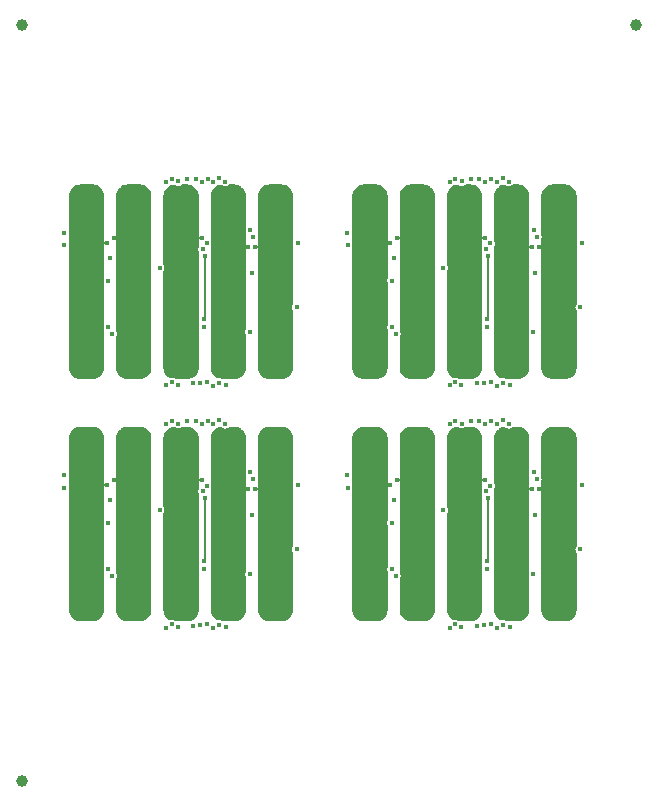
<source format=gbr>
%TF.GenerationSoftware,KiCad,Pcbnew,7.0.2-6a45011f42~172~ubuntu22.04.1*%
%TF.CreationDate,2023-05-08T22:23:16+01:00*%
%TF.ProjectId,panel,70616e65-6c2e-46b6-9963-61645f706362,rev?*%
%TF.SameCoordinates,Original*%
%TF.FileFunction,Copper,L4,Bot*%
%TF.FilePolarity,Positive*%
%FSLAX46Y46*%
G04 Gerber Fmt 4.6, Leading zero omitted, Abs format (unit mm)*
G04 Created by KiCad (PCBNEW 7.0.2-6a45011f42~172~ubuntu22.04.1) date 2023-05-08 22:23:16*
%MOMM*%
%LPD*%
G01*
G04 APERTURE LIST*
%TA.AperFunction,SMDPad,CuDef*%
%ADD10C,1.000000*%
%TD*%
%TA.AperFunction,ViaPad*%
%ADD11C,0.400000*%
%TD*%
%TA.AperFunction,Conductor*%
%ADD12C,0.127000*%
%TD*%
G04 APERTURE END LIST*
D10*
%TO.P,REF\u002A\u002A,*%
%TO.N,*%
X61000000Y-3000000D03*
%TD*%
%TO.P,REF\u002A\u002A,*%
%TO.N,*%
X9000000Y-67000000D03*
%TD*%
%TO.P,REF\u002A\u002A,*%
%TO.N,*%
X9000000Y-3000000D03*
%TD*%
D11*
%TO.N,Board_3-SCLK*%
X48250001Y-36760001D03*
X48130001Y-53840001D03*
%TO.N,Board_3-RESETB*%
X46227586Y-54009992D03*
X40360002Y-45150000D03*
X46250001Y-36750001D03*
%TO.N,Board_3-IN_ref*%
X48510001Y-43040001D03*
X48420001Y-48370001D03*
%TO.N,Board_3-IN5*%
X48350001Y-42480001D03*
X40220001Y-41960001D03*
%TO.N,Board_3-IN4*%
X40810001Y-41500001D03*
X48660001Y-41990001D03*
%TO.N,Board_3-IN3*%
X48260001Y-41560001D03*
%TO.N,Board_3-IN2*%
X52210001Y-42300001D03*
%TO.N,Board_3-IN1*%
X52790001Y-42310001D03*
%TO.N,Board_3-I2C_SDA*%
X45250001Y-36760001D03*
X36600002Y-42160000D03*
X45259931Y-54020245D03*
%TO.N,Board_3-I2C_SCL*%
X45739428Y-36510002D03*
X45740002Y-53750000D03*
%TO.N,Board_3-GND*%
X56305001Y-47385001D03*
X49750001Y-36430001D03*
X52510000Y-44500000D03*
X36590002Y-41140000D03*
X47020002Y-36520000D03*
X49750001Y-53784597D03*
X40360002Y-49100000D03*
X48420001Y-49040001D03*
%TO.N,Board_3-D_RDYB*%
X40690001Y-49640001D03*
X52341892Y-49488892D03*
%TO.N,Board_3-DOUT*%
X50340001Y-54000001D03*
X50250001Y-36760001D03*
%TO.N,Board_3-DIN*%
X49240001Y-54060001D03*
X49250001Y-36760001D03*
%TO.N,Board_3-AUX2*%
X56420001Y-41970001D03*
X48750001Y-36520001D03*
X48740001Y-53755223D03*
%TO.N,Board_3-AUX1*%
X47750001Y-36510001D03*
X47530001Y-53850001D03*
X52620001Y-41460001D03*
%TO.N,Board_3-+3.3V*%
X52370001Y-40840001D03*
X44692697Y-44068384D03*
X40500002Y-43230000D03*
%TO.N,Board_2-SCLK*%
X24130000Y-53840001D03*
X24250000Y-36760001D03*
%TO.N,Board_2-RESETB*%
X16360001Y-45150000D03*
X22250000Y-36750001D03*
X22227585Y-54009992D03*
%TO.N,Board_2-IN_ref*%
X24510000Y-43040001D03*
X24420000Y-48370001D03*
%TO.N,Board_2-IN5*%
X16220000Y-41960001D03*
X24350000Y-42480001D03*
%TO.N,Board_2-IN4*%
X24660000Y-41990001D03*
X16810000Y-41500001D03*
%TO.N,Board_2-IN3*%
X24260000Y-41560001D03*
%TO.N,Board_2-IN2*%
X28210000Y-42300001D03*
%TO.N,Board_2-IN1*%
X28790000Y-42310001D03*
%TO.N,Board_2-I2C_SDA*%
X12600001Y-42160000D03*
X21250000Y-36760001D03*
X21259930Y-54020245D03*
%TO.N,Board_2-I2C_SCL*%
X21739427Y-36510002D03*
X21740001Y-53750000D03*
%TO.N,Board_2-GND*%
X25750000Y-53784597D03*
X24420000Y-49040001D03*
X28509999Y-44500000D03*
X32305000Y-47385001D03*
X23020001Y-36520000D03*
X16360001Y-49100000D03*
X25750000Y-36430001D03*
X12590001Y-41140000D03*
%TO.N,Board_2-D_RDYB*%
X28341891Y-49488892D03*
X16690000Y-49640001D03*
%TO.N,Board_2-DOUT*%
X26340000Y-54000001D03*
X26250000Y-36760001D03*
%TO.N,Board_2-DIN*%
X25240000Y-54060001D03*
X25250000Y-36760001D03*
%TO.N,Board_2-AUX2*%
X24740000Y-53755223D03*
X32420000Y-41970001D03*
X24750000Y-36520001D03*
%TO.N,Board_2-AUX1*%
X23750000Y-36510001D03*
X23530000Y-53850001D03*
X28620000Y-41460001D03*
%TO.N,Board_2-+3.3V*%
X20692696Y-44068384D03*
X16500001Y-43230000D03*
X28370000Y-40840001D03*
%TO.N,Board_1-SCLK*%
X48250001Y-16260000D03*
X48130001Y-33340000D03*
%TO.N,Board_1-RESETB*%
X46227586Y-33509991D03*
X46250001Y-16250000D03*
X40360002Y-24649999D03*
%TO.N,Board_1-IN_ref*%
X48510001Y-22540000D03*
X48420001Y-27870000D03*
%TO.N,Board_1-IN5*%
X40220001Y-21460000D03*
X48350001Y-21980000D03*
%TO.N,Board_1-IN4*%
X40810001Y-21000000D03*
X48660001Y-21490000D03*
%TO.N,Board_1-IN3*%
X48260001Y-21060000D03*
%TO.N,Board_1-IN2*%
X52210001Y-21800000D03*
%TO.N,Board_1-IN1*%
X52790001Y-21810000D03*
%TO.N,Board_1-I2C_SDA*%
X45250001Y-16260000D03*
X45259931Y-33520244D03*
X36600002Y-21659999D03*
%TO.N,Board_1-I2C_SCL*%
X45739428Y-16010001D03*
X45740002Y-33249999D03*
%TO.N,Board_1-GND*%
X52510000Y-23999999D03*
X48420001Y-28540000D03*
X49750001Y-33284596D03*
X40360002Y-28599999D03*
X56305001Y-26885000D03*
X49750001Y-15930000D03*
X47020002Y-16019999D03*
X36590002Y-20639999D03*
%TO.N,Board_1-D_RDYB*%
X40690001Y-29140000D03*
X52341892Y-28988891D03*
%TO.N,Board_1-DOUT*%
X50340001Y-33500000D03*
X50250001Y-16260000D03*
%TO.N,Board_1-DIN*%
X49250001Y-16260000D03*
X49240001Y-33560000D03*
%TO.N,Board_1-AUX2*%
X48750001Y-16020000D03*
X56420001Y-21470000D03*
X48740001Y-33255222D03*
%TO.N,Board_1-AUX1*%
X47530001Y-33350000D03*
X47750001Y-16010000D03*
X52620001Y-20960000D03*
%TO.N,Board_1-+3.3V*%
X52370001Y-20340000D03*
X44692697Y-23568383D03*
X40500002Y-22729999D03*
%TO.N,Board_0-SCLK*%
X24250000Y-16260000D03*
X24130000Y-33340000D03*
%TO.N,Board_0-RESETB*%
X22250000Y-16250000D03*
X22227585Y-33509991D03*
X16360001Y-24649999D03*
%TO.N,Board_0-IN_ref*%
X24420000Y-27870000D03*
X24510000Y-22540000D03*
%TO.N,Board_0-IN5*%
X16220000Y-21460000D03*
X24350000Y-21980000D03*
%TO.N,Board_0-IN4*%
X16810000Y-21000000D03*
X24660000Y-21490000D03*
%TO.N,Board_0-IN3*%
X24260000Y-21060000D03*
%TO.N,Board_0-IN2*%
X28210000Y-21800000D03*
%TO.N,Board_0-IN1*%
X28790000Y-21810000D03*
%TO.N,Board_0-I2C_SDA*%
X21250000Y-16260000D03*
X12600001Y-21659999D03*
X21259930Y-33520244D03*
%TO.N,Board_0-I2C_SCL*%
X21739427Y-16010001D03*
X21740001Y-33249999D03*
%TO.N,Board_0-GND*%
X25750000Y-33284596D03*
X25750000Y-15930000D03*
X24420000Y-28540000D03*
X12590001Y-20639999D03*
X23020001Y-16019999D03*
X16360001Y-28599999D03*
X32305000Y-26885000D03*
X28509999Y-23999999D03*
%TO.N,Board_0-D_RDYB*%
X28341891Y-28988891D03*
X16690000Y-29140000D03*
%TO.N,Board_0-DOUT*%
X26250000Y-16260000D03*
X26340000Y-33500000D03*
%TO.N,Board_0-DIN*%
X25250000Y-16260000D03*
X25240000Y-33560000D03*
%TO.N,Board_0-AUX2*%
X24750000Y-16020000D03*
X32420000Y-21470000D03*
X24740000Y-33255222D03*
%TO.N,Board_0-AUX1*%
X23530000Y-33350000D03*
X23750000Y-16010000D03*
X28620000Y-20960000D03*
%TO.N,Board_0-+3.3V*%
X20692696Y-23568383D03*
X16500001Y-22729999D03*
X28370000Y-20340000D03*
%TD*%
D12*
%TO.N,Board_3-IN_ref*%
X48420001Y-48370001D02*
X48510001Y-48280001D01*
X48510001Y-48280001D02*
X48510001Y-43040001D01*
%TO.N,Board_3-IN5*%
X40220001Y-41960001D02*
X39860001Y-41960001D01*
%TO.N,Board_3-IN4*%
X40810001Y-41500001D02*
X41140001Y-41500001D01*
%TO.N,Board_3-IN3*%
X48260001Y-41560001D02*
X47840001Y-41560001D01*
%TO.N,Board_3-IN2*%
X52210001Y-42300001D02*
X51880001Y-42300001D01*
%TO.N,Board_3-IN1*%
X52790001Y-42310001D02*
X53120001Y-42310001D01*
%TO.N,Board_2-IN_ref*%
X24510000Y-48280001D02*
X24510000Y-43040001D01*
X24420000Y-48370001D02*
X24510000Y-48280001D01*
%TO.N,Board_2-IN5*%
X16220000Y-41960001D02*
X15860000Y-41960001D01*
%TO.N,Board_2-IN4*%
X16810000Y-41500001D02*
X17140000Y-41500001D01*
%TO.N,Board_2-IN3*%
X24260000Y-41560001D02*
X23840000Y-41560001D01*
%TO.N,Board_2-IN2*%
X28210000Y-42300001D02*
X27880000Y-42300001D01*
%TO.N,Board_2-IN1*%
X28790000Y-42310001D02*
X29120000Y-42310001D01*
%TO.N,Board_1-IN_ref*%
X48510001Y-27780000D02*
X48510001Y-22540000D01*
X48420001Y-27870000D02*
X48510001Y-27780000D01*
%TO.N,Board_1-IN5*%
X40220001Y-21460000D02*
X39860001Y-21460000D01*
%TO.N,Board_1-IN4*%
X40810001Y-21000000D02*
X41140001Y-21000000D01*
%TO.N,Board_1-IN3*%
X48260001Y-21060000D02*
X47840001Y-21060000D01*
%TO.N,Board_1-IN2*%
X52210001Y-21800000D02*
X51880001Y-21800000D01*
%TO.N,Board_1-IN1*%
X52790001Y-21810000D02*
X53120001Y-21810000D01*
%TO.N,Board_0-IN_ref*%
X24510000Y-27780000D02*
X24510000Y-22540000D01*
X24420000Y-27870000D02*
X24510000Y-27780000D01*
%TO.N,Board_0-IN5*%
X16220000Y-21460000D02*
X15860000Y-21460000D01*
%TO.N,Board_0-IN4*%
X16810000Y-21000000D02*
X17140000Y-21000000D01*
%TO.N,Board_0-IN3*%
X24260000Y-21060000D02*
X23840000Y-21060000D01*
%TO.N,Board_0-IN2*%
X28210000Y-21800000D02*
X27880000Y-21800000D01*
%TO.N,Board_0-IN1*%
X28790000Y-21810000D02*
X29120000Y-21810000D01*
%TD*%
%TA.AperFunction,Conductor*%
%TO.N,Board_1-IN1*%
G36*
X55006163Y-16500606D02*
G01*
X55182741Y-16517998D01*
X55206960Y-16522815D01*
X55370816Y-16572520D01*
X55393623Y-16581967D01*
X55519154Y-16649064D01*
X55544628Y-16662681D01*
X55565166Y-16676404D01*
X55697515Y-16785020D01*
X55714980Y-16802485D01*
X55823596Y-16934834D01*
X55837319Y-16955372D01*
X55918030Y-17106370D01*
X55927483Y-17129191D01*
X55977184Y-17293037D01*
X55982002Y-17317261D01*
X55999394Y-17493836D01*
X56000001Y-17506187D01*
X56000001Y-26571417D01*
X55983504Y-26627600D01*
X55986011Y-26628878D01*
X55919355Y-26759695D01*
X55899508Y-26885000D01*
X55919355Y-27010304D01*
X55986011Y-27141123D01*
X55981604Y-27143368D01*
X55997069Y-27171559D01*
X56000001Y-27198582D01*
X56000001Y-31993812D01*
X55999394Y-32006163D01*
X55982002Y-32182738D01*
X55977184Y-32206962D01*
X55927483Y-32370808D01*
X55918030Y-32393629D01*
X55837319Y-32544627D01*
X55823596Y-32565165D01*
X55714980Y-32697514D01*
X55697515Y-32714979D01*
X55565166Y-32823595D01*
X55544628Y-32837318D01*
X55393630Y-32918029D01*
X55370809Y-32927482D01*
X55206963Y-32977183D01*
X55182739Y-32982001D01*
X55034274Y-32996624D01*
X55006162Y-32999393D01*
X54993814Y-33000000D01*
X54006188Y-33000000D01*
X53993839Y-32999393D01*
X53961096Y-32996168D01*
X53817262Y-32982001D01*
X53793038Y-32977183D01*
X53629192Y-32927482D01*
X53606373Y-32918030D01*
X53558012Y-32892180D01*
X53455373Y-32837318D01*
X53434835Y-32823595D01*
X53302486Y-32714979D01*
X53285021Y-32697514D01*
X53176405Y-32565165D01*
X53162682Y-32544627D01*
X53149065Y-32519153D01*
X53081968Y-32393622D01*
X53072521Y-32370815D01*
X53022816Y-32206959D01*
X53017999Y-32182737D01*
X53000608Y-32006162D01*
X53000001Y-31993812D01*
X53000001Y-21126636D01*
X53005095Y-21105423D01*
X53002525Y-21105016D01*
X53025493Y-20960000D01*
X53002525Y-20814986D01*
X53005093Y-20814579D01*
X53000001Y-20793365D01*
X53000001Y-17506166D01*
X53000605Y-17493858D01*
X53018000Y-17317255D01*
X53022815Y-17293042D01*
X53072522Y-17129181D01*
X53081966Y-17106380D01*
X53162683Y-16955369D01*
X53176399Y-16934842D01*
X53285026Y-16802479D01*
X53302480Y-16785025D01*
X53434843Y-16676398D01*
X53455370Y-16662682D01*
X53606381Y-16581965D01*
X53629182Y-16572521D01*
X53793043Y-16522814D01*
X53817258Y-16517998D01*
X53993838Y-16500606D01*
X54006188Y-16500000D01*
X54993814Y-16500000D01*
X55006163Y-16500606D01*
G37*
%TD.AperFunction*%
%TD*%
%TA.AperFunction,Conductor*%
%TO.N,Board_2-IN3*%
G36*
X23006162Y-37000607D02*
G01*
X23182740Y-37017999D01*
X23206959Y-37022816D01*
X23370815Y-37072521D01*
X23393622Y-37081968D01*
X23519153Y-37149065D01*
X23544627Y-37162682D01*
X23565165Y-37176405D01*
X23697514Y-37285021D01*
X23714979Y-37302486D01*
X23823595Y-37434835D01*
X23837318Y-37455373D01*
X23918029Y-37606371D01*
X23927482Y-37629192D01*
X23977183Y-37793038D01*
X23982001Y-37817262D01*
X23999393Y-37993837D01*
X24000000Y-38006188D01*
X24000000Y-42254487D01*
X23986267Y-42311689D01*
X23964354Y-42354695D01*
X23944507Y-42480001D01*
X23964354Y-42605306D01*
X23986266Y-42648309D01*
X24000000Y-42705513D01*
X24000000Y-52493813D01*
X23999393Y-52506164D01*
X23982001Y-52682739D01*
X23977183Y-52706963D01*
X23927482Y-52870809D01*
X23918029Y-52893630D01*
X23837318Y-53044628D01*
X23823595Y-53065166D01*
X23714979Y-53197515D01*
X23697514Y-53214980D01*
X23565165Y-53323596D01*
X23544627Y-53337319D01*
X23393629Y-53418030D01*
X23370808Y-53427483D01*
X23206962Y-53477184D01*
X23182738Y-53482002D01*
X23034273Y-53496625D01*
X23006161Y-53499394D01*
X22993813Y-53500001D01*
X22108584Y-53500001D01*
X22040463Y-53479999D01*
X22019493Y-53463100D01*
X21978343Y-53421950D01*
X21978342Y-53421949D01*
X21865305Y-53364354D01*
X21740001Y-53344507D01*
X21626242Y-53362525D01*
X21614697Y-53364354D01*
X21614696Y-53364354D01*
X21594987Y-53367476D01*
X21594931Y-53367125D01*
X21547836Y-53375967D01*
X21501024Y-53361720D01*
X21455376Y-53337322D01*
X21434844Y-53323604D01*
X21302484Y-53214979D01*
X21285020Y-53197515D01*
X21176404Y-53065166D01*
X21162681Y-53044628D01*
X21149064Y-53019154D01*
X21081967Y-52893623D01*
X21072520Y-52870816D01*
X21022815Y-52706960D01*
X21017998Y-52682738D01*
X21000607Y-52506163D01*
X21000000Y-52493813D01*
X21000000Y-44377692D01*
X21013733Y-44320489D01*
X21020746Y-44306726D01*
X21078342Y-44193688D01*
X21098188Y-44068384D01*
X21078342Y-43943080D01*
X21020746Y-43830042D01*
X21020745Y-43830041D01*
X21013733Y-43816279D01*
X21000000Y-43759076D01*
X21000000Y-38006188D01*
X21000607Y-37993838D01*
X21017998Y-37817263D01*
X21017999Y-37817262D01*
X21017998Y-37817258D01*
X21022814Y-37793043D01*
X21072521Y-37629182D01*
X21081965Y-37606381D01*
X21162682Y-37455370D01*
X21176398Y-37434843D01*
X21285025Y-37302480D01*
X21302479Y-37285026D01*
X21434842Y-37176399D01*
X21455369Y-37162683D01*
X21606380Y-37081966D01*
X21629181Y-37072522D01*
X21793042Y-37022815D01*
X21817253Y-37018000D01*
X21880256Y-37011794D01*
X21950006Y-37025022D01*
X21981700Y-37048093D01*
X22011656Y-37078050D01*
X22011658Y-37078051D01*
X22124696Y-37135647D01*
X22250000Y-37155493D01*
X22375304Y-37135647D01*
X22488342Y-37078051D01*
X22529488Y-37036904D01*
X22591798Y-37002881D01*
X22618582Y-37000001D01*
X22993813Y-37000001D01*
X23006162Y-37000607D01*
G37*
%TD.AperFunction*%
%TD*%
%TA.AperFunction,Conductor*%
%TO.N,Board_1-IN2*%
G36*
X51006163Y-16500606D02*
G01*
X51182741Y-16517998D01*
X51206960Y-16522815D01*
X51370816Y-16572520D01*
X51393623Y-16581967D01*
X51512756Y-16645645D01*
X51544628Y-16662681D01*
X51565166Y-16676404D01*
X51697515Y-16785020D01*
X51714980Y-16802485D01*
X51823596Y-16934834D01*
X51837319Y-16955372D01*
X51918030Y-17106370D01*
X51927483Y-17129191D01*
X51977184Y-17293037D01*
X51982002Y-17317261D01*
X51999394Y-17493836D01*
X52000001Y-17506187D01*
X52000001Y-20153738D01*
X51986269Y-20210938D01*
X51984355Y-20214693D01*
X51964508Y-20340000D01*
X51981641Y-20448170D01*
X51984355Y-20465304D01*
X51986266Y-20469054D01*
X52000001Y-20526260D01*
X52000001Y-28747462D01*
X51986268Y-28804664D01*
X51956246Y-28863585D01*
X51936399Y-28988891D01*
X51956246Y-29114196D01*
X51986267Y-29173114D01*
X52000001Y-29230318D01*
X52000001Y-31993812D01*
X51999394Y-32006163D01*
X51982002Y-32182738D01*
X51977184Y-32206962D01*
X51927483Y-32370808D01*
X51918030Y-32393629D01*
X51837319Y-32544627D01*
X51823596Y-32565165D01*
X51714980Y-32697514D01*
X51697515Y-32714979D01*
X51565166Y-32823595D01*
X51544628Y-32837318D01*
X51393630Y-32918029D01*
X51370809Y-32927482D01*
X51206963Y-32977183D01*
X51182739Y-32982001D01*
X51034274Y-32996624D01*
X51006162Y-32999393D01*
X50993814Y-33000000D01*
X50083988Y-33000000D01*
X50015867Y-32979998D01*
X49994893Y-32963095D01*
X49988345Y-32956547D01*
X49875305Y-32898950D01*
X49750000Y-32879103D01*
X49624816Y-32898931D01*
X49554404Y-32889831D01*
X49545709Y-32885604D01*
X49455373Y-32837318D01*
X49434835Y-32823595D01*
X49302486Y-32714979D01*
X49285021Y-32697514D01*
X49176405Y-32565165D01*
X49162682Y-32544627D01*
X49149065Y-32519153D01*
X49081968Y-32393622D01*
X49072521Y-32370815D01*
X49022816Y-32206959D01*
X49017999Y-32182737D01*
X49000608Y-32006162D01*
X49000001Y-31993812D01*
X49000001Y-21735137D01*
X49013733Y-21677936D01*
X49045647Y-21615304D01*
X49065493Y-21490000D01*
X49045647Y-21364696D01*
X49045646Y-21364694D01*
X49013734Y-21302062D01*
X49000001Y-21244860D01*
X49000001Y-17506187D01*
X49000608Y-17493837D01*
X49017999Y-17317262D01*
X49018000Y-17317261D01*
X49017999Y-17317257D01*
X49022815Y-17293042D01*
X49072522Y-17129181D01*
X49081966Y-17106380D01*
X49162683Y-16955369D01*
X49176399Y-16934842D01*
X49285026Y-16802479D01*
X49302480Y-16785025D01*
X49434843Y-16676398D01*
X49455370Y-16662682D01*
X49606381Y-16581965D01*
X49629182Y-16572521D01*
X49793043Y-16522814D01*
X49817256Y-16517999D01*
X49871153Y-16512690D01*
X49940904Y-16525918D01*
X49972594Y-16548985D01*
X50011659Y-16588050D01*
X50124697Y-16645646D01*
X50250001Y-16665492D01*
X50375305Y-16645646D01*
X50488343Y-16588050D01*
X50539489Y-16536903D01*
X50601799Y-16502880D01*
X50628583Y-16500000D01*
X50993814Y-16500000D01*
X51006163Y-16500606D01*
G37*
%TD.AperFunction*%
%TD*%
%TA.AperFunction,Conductor*%
%TO.N,Board_3-IN3*%
G36*
X47006163Y-37000607D02*
G01*
X47182741Y-37017999D01*
X47206960Y-37022816D01*
X47370816Y-37072521D01*
X47393623Y-37081968D01*
X47519154Y-37149065D01*
X47544628Y-37162682D01*
X47565166Y-37176405D01*
X47697515Y-37285021D01*
X47714980Y-37302486D01*
X47823596Y-37434835D01*
X47837319Y-37455373D01*
X47918030Y-37606371D01*
X47927483Y-37629192D01*
X47977184Y-37793038D01*
X47982002Y-37817262D01*
X47999394Y-37993837D01*
X48000001Y-38006188D01*
X48000001Y-42254487D01*
X47986268Y-42311689D01*
X47964355Y-42354695D01*
X47944508Y-42480001D01*
X47964355Y-42605306D01*
X47986267Y-42648309D01*
X48000001Y-42705513D01*
X48000001Y-52493813D01*
X47999394Y-52506164D01*
X47982002Y-52682739D01*
X47977184Y-52706963D01*
X47927483Y-52870809D01*
X47918030Y-52893630D01*
X47837319Y-53044628D01*
X47823596Y-53065166D01*
X47714980Y-53197515D01*
X47697515Y-53214980D01*
X47565166Y-53323596D01*
X47544628Y-53337319D01*
X47393630Y-53418030D01*
X47370809Y-53427483D01*
X47206963Y-53477184D01*
X47182739Y-53482002D01*
X47034274Y-53496625D01*
X47006162Y-53499394D01*
X46993814Y-53500001D01*
X46108585Y-53500001D01*
X46040464Y-53479999D01*
X46019494Y-53463100D01*
X45978344Y-53421950D01*
X45978343Y-53421949D01*
X45865306Y-53364354D01*
X45740002Y-53344507D01*
X45626243Y-53362525D01*
X45614698Y-53364354D01*
X45614697Y-53364354D01*
X45594988Y-53367476D01*
X45594932Y-53367125D01*
X45547837Y-53375967D01*
X45501025Y-53361720D01*
X45455377Y-53337322D01*
X45434845Y-53323604D01*
X45302485Y-53214979D01*
X45285021Y-53197515D01*
X45176405Y-53065166D01*
X45162682Y-53044628D01*
X45149065Y-53019154D01*
X45081968Y-52893623D01*
X45072521Y-52870816D01*
X45022816Y-52706960D01*
X45017999Y-52682738D01*
X45000608Y-52506163D01*
X45000001Y-52493813D01*
X45000001Y-44377692D01*
X45013734Y-44320489D01*
X45020747Y-44306726D01*
X45078343Y-44193688D01*
X45098189Y-44068384D01*
X45078343Y-43943080D01*
X45020747Y-43830042D01*
X45020746Y-43830041D01*
X45013734Y-43816279D01*
X45000001Y-43759076D01*
X45000001Y-38006188D01*
X45000608Y-37993838D01*
X45017999Y-37817263D01*
X45018000Y-37817262D01*
X45017999Y-37817258D01*
X45022815Y-37793043D01*
X45072522Y-37629182D01*
X45081966Y-37606381D01*
X45162683Y-37455370D01*
X45176399Y-37434843D01*
X45285026Y-37302480D01*
X45302480Y-37285026D01*
X45434843Y-37176399D01*
X45455370Y-37162683D01*
X45606381Y-37081966D01*
X45629182Y-37072522D01*
X45793043Y-37022815D01*
X45817254Y-37018000D01*
X45880257Y-37011794D01*
X45950007Y-37025022D01*
X45981701Y-37048093D01*
X46011657Y-37078050D01*
X46011659Y-37078051D01*
X46124697Y-37135647D01*
X46250001Y-37155493D01*
X46375305Y-37135647D01*
X46488343Y-37078051D01*
X46529489Y-37036904D01*
X46591799Y-37002881D01*
X46618583Y-37000001D01*
X46993814Y-37000001D01*
X47006163Y-37000607D01*
G37*
%TD.AperFunction*%
%TD*%
%TA.AperFunction,Conductor*%
%TO.N,Board_3-IN5*%
G36*
X39006163Y-37000607D02*
G01*
X39182741Y-37017999D01*
X39206960Y-37022816D01*
X39370816Y-37072521D01*
X39393623Y-37081968D01*
X39519154Y-37149065D01*
X39544628Y-37162682D01*
X39565166Y-37176405D01*
X39697515Y-37285021D01*
X39714980Y-37302486D01*
X39823596Y-37434835D01*
X39837319Y-37455373D01*
X39918030Y-37606371D01*
X39927483Y-37629192D01*
X39977184Y-37793038D01*
X39982002Y-37817262D01*
X39999394Y-37993837D01*
X40000001Y-38006188D01*
X40000001Y-44944114D01*
X39986268Y-45001316D01*
X39974356Y-45024694D01*
X39954509Y-45150000D01*
X39974355Y-45275303D01*
X39974356Y-45275304D01*
X39986267Y-45298681D01*
X40000001Y-45355884D01*
X40000001Y-48894114D01*
X39986268Y-48951316D01*
X39974356Y-48974694D01*
X39954509Y-49100000D01*
X39974355Y-49225303D01*
X39974356Y-49225304D01*
X39986267Y-49248681D01*
X40000001Y-49305884D01*
X40000001Y-52493813D01*
X39999394Y-52506164D01*
X39982002Y-52682739D01*
X39977184Y-52706963D01*
X39927483Y-52870809D01*
X39918030Y-52893630D01*
X39837319Y-53044628D01*
X39823596Y-53065166D01*
X39714980Y-53197515D01*
X39697515Y-53214980D01*
X39565166Y-53323596D01*
X39544628Y-53337319D01*
X39393630Y-53418030D01*
X39370809Y-53427483D01*
X39206963Y-53477184D01*
X39182739Y-53482002D01*
X39034274Y-53496625D01*
X39006162Y-53499394D01*
X38993814Y-53500001D01*
X38006188Y-53500001D01*
X37993839Y-53499394D01*
X37961096Y-53496169D01*
X37817262Y-53482002D01*
X37793038Y-53477184D01*
X37629192Y-53427483D01*
X37606373Y-53418031D01*
X37558012Y-53392181D01*
X37455373Y-53337319D01*
X37434835Y-53323596D01*
X37302486Y-53214980D01*
X37285021Y-53197515D01*
X37176405Y-53065166D01*
X37162682Y-53044628D01*
X37149065Y-53019154D01*
X37081968Y-52893623D01*
X37072521Y-52870816D01*
X37022816Y-52706960D01*
X37017999Y-52682738D01*
X37000608Y-52506163D01*
X37000001Y-52493813D01*
X37000001Y-42204599D01*
X37001552Y-42184888D01*
X37005494Y-42159999D01*
X37001552Y-42135111D01*
X37000001Y-42115400D01*
X37000001Y-38006188D01*
X37000608Y-37993838D01*
X37017999Y-37817263D01*
X37018000Y-37817262D01*
X37017999Y-37817258D01*
X37022815Y-37793043D01*
X37072522Y-37629182D01*
X37081966Y-37606381D01*
X37162683Y-37455370D01*
X37176399Y-37434843D01*
X37285026Y-37302480D01*
X37302480Y-37285026D01*
X37434843Y-37176399D01*
X37455370Y-37162683D01*
X37606381Y-37081966D01*
X37629182Y-37072522D01*
X37793043Y-37022815D01*
X37817258Y-37017999D01*
X37993838Y-37000607D01*
X38006188Y-37000001D01*
X38993814Y-37000001D01*
X39006163Y-37000607D01*
G37*
%TD.AperFunction*%
%TD*%
%TA.AperFunction,Conductor*%
%TO.N,Board_0-IN3*%
G36*
X23006162Y-16500606D02*
G01*
X23182740Y-16517998D01*
X23206959Y-16522815D01*
X23370815Y-16572520D01*
X23393622Y-16581967D01*
X23519153Y-16649064D01*
X23544627Y-16662681D01*
X23565165Y-16676404D01*
X23697514Y-16785020D01*
X23714979Y-16802485D01*
X23823595Y-16934834D01*
X23837318Y-16955372D01*
X23918029Y-17106370D01*
X23927482Y-17129191D01*
X23977183Y-17293037D01*
X23982001Y-17317261D01*
X23999393Y-17493836D01*
X24000000Y-17506187D01*
X24000000Y-21754486D01*
X23986267Y-21811688D01*
X23964354Y-21854694D01*
X23944507Y-21980000D01*
X23964354Y-22105305D01*
X23986266Y-22148308D01*
X24000000Y-22205512D01*
X24000000Y-31993812D01*
X23999393Y-32006163D01*
X23982001Y-32182738D01*
X23977183Y-32206962D01*
X23927482Y-32370808D01*
X23918029Y-32393629D01*
X23837318Y-32544627D01*
X23823595Y-32565165D01*
X23714979Y-32697514D01*
X23697514Y-32714979D01*
X23565165Y-32823595D01*
X23544627Y-32837318D01*
X23393629Y-32918029D01*
X23370808Y-32927482D01*
X23206962Y-32977183D01*
X23182738Y-32982001D01*
X23034273Y-32996624D01*
X23006161Y-32999393D01*
X22993813Y-33000000D01*
X22108584Y-33000000D01*
X22040463Y-32979998D01*
X22019493Y-32963099D01*
X21978343Y-32921949D01*
X21978342Y-32921948D01*
X21865305Y-32864353D01*
X21740001Y-32844506D01*
X21626242Y-32862524D01*
X21614697Y-32864353D01*
X21614696Y-32864353D01*
X21594987Y-32867475D01*
X21594931Y-32867124D01*
X21547836Y-32875966D01*
X21501024Y-32861719D01*
X21455376Y-32837321D01*
X21434844Y-32823603D01*
X21302484Y-32714978D01*
X21285020Y-32697514D01*
X21176404Y-32565165D01*
X21162681Y-32544627D01*
X21149064Y-32519153D01*
X21081967Y-32393622D01*
X21072520Y-32370815D01*
X21022815Y-32206959D01*
X21017998Y-32182737D01*
X21000607Y-32006162D01*
X21000000Y-31993812D01*
X21000000Y-23877691D01*
X21013733Y-23820488D01*
X21020746Y-23806725D01*
X21078342Y-23693687D01*
X21098188Y-23568383D01*
X21078342Y-23443079D01*
X21020746Y-23330041D01*
X21020745Y-23330040D01*
X21013733Y-23316278D01*
X21000000Y-23259075D01*
X21000000Y-17506187D01*
X21000607Y-17493837D01*
X21017998Y-17317262D01*
X21017999Y-17317261D01*
X21017998Y-17317257D01*
X21022814Y-17293042D01*
X21072521Y-17129181D01*
X21081965Y-17106380D01*
X21162682Y-16955369D01*
X21176398Y-16934842D01*
X21285025Y-16802479D01*
X21302479Y-16785025D01*
X21434842Y-16676398D01*
X21455369Y-16662682D01*
X21606380Y-16581965D01*
X21629181Y-16572521D01*
X21793042Y-16522814D01*
X21817253Y-16517999D01*
X21880256Y-16511793D01*
X21950006Y-16525021D01*
X21981700Y-16548092D01*
X22011656Y-16578049D01*
X22011658Y-16578050D01*
X22124696Y-16635646D01*
X22250000Y-16655492D01*
X22375304Y-16635646D01*
X22488342Y-16578050D01*
X22529488Y-16536903D01*
X22591798Y-16502880D01*
X22618582Y-16500000D01*
X22993813Y-16500000D01*
X23006162Y-16500606D01*
G37*
%TD.AperFunction*%
%TD*%
%TA.AperFunction,Conductor*%
%TO.N,Board_3-IN2*%
G36*
X51006163Y-37000607D02*
G01*
X51182741Y-37017999D01*
X51206960Y-37022816D01*
X51370816Y-37072521D01*
X51393623Y-37081968D01*
X51512756Y-37145646D01*
X51544628Y-37162682D01*
X51565166Y-37176405D01*
X51697515Y-37285021D01*
X51714980Y-37302486D01*
X51823596Y-37434835D01*
X51837319Y-37455373D01*
X51918030Y-37606371D01*
X51927483Y-37629192D01*
X51977184Y-37793038D01*
X51982002Y-37817262D01*
X51999394Y-37993837D01*
X52000001Y-38006188D01*
X52000001Y-40653739D01*
X51986269Y-40710939D01*
X51984355Y-40714694D01*
X51964508Y-40840001D01*
X51981641Y-40948171D01*
X51984355Y-40965305D01*
X51986266Y-40969055D01*
X52000001Y-41026261D01*
X52000001Y-49247463D01*
X51986268Y-49304665D01*
X51956246Y-49363586D01*
X51936399Y-49488892D01*
X51956246Y-49614197D01*
X51986267Y-49673115D01*
X52000001Y-49730319D01*
X52000001Y-52493813D01*
X51999394Y-52506164D01*
X51982002Y-52682739D01*
X51977184Y-52706963D01*
X51927483Y-52870809D01*
X51918030Y-52893630D01*
X51837319Y-53044628D01*
X51823596Y-53065166D01*
X51714980Y-53197515D01*
X51697515Y-53214980D01*
X51565166Y-53323596D01*
X51544628Y-53337319D01*
X51393630Y-53418030D01*
X51370809Y-53427483D01*
X51206963Y-53477184D01*
X51182739Y-53482002D01*
X51034274Y-53496625D01*
X51006162Y-53499394D01*
X50993814Y-53500001D01*
X50083988Y-53500001D01*
X50015867Y-53479999D01*
X49994893Y-53463096D01*
X49988345Y-53456548D01*
X49875305Y-53398951D01*
X49750000Y-53379104D01*
X49624816Y-53398932D01*
X49554404Y-53389832D01*
X49545709Y-53385605D01*
X49455373Y-53337319D01*
X49434835Y-53323596D01*
X49302486Y-53214980D01*
X49285021Y-53197515D01*
X49176405Y-53065166D01*
X49162682Y-53044628D01*
X49149065Y-53019154D01*
X49081968Y-52893623D01*
X49072521Y-52870816D01*
X49022816Y-52706960D01*
X49017999Y-52682738D01*
X49000608Y-52506163D01*
X49000001Y-52493813D01*
X49000001Y-42235138D01*
X49013733Y-42177937D01*
X49045647Y-42115305D01*
X49065493Y-41990001D01*
X49045647Y-41864697D01*
X49045646Y-41864695D01*
X49013734Y-41802063D01*
X49000001Y-41744861D01*
X49000001Y-38006188D01*
X49000608Y-37993838D01*
X49017999Y-37817263D01*
X49018000Y-37817262D01*
X49017999Y-37817258D01*
X49022815Y-37793043D01*
X49072522Y-37629182D01*
X49081966Y-37606381D01*
X49162683Y-37455370D01*
X49176399Y-37434843D01*
X49285026Y-37302480D01*
X49302480Y-37285026D01*
X49434843Y-37176399D01*
X49455370Y-37162683D01*
X49606381Y-37081966D01*
X49629182Y-37072522D01*
X49793043Y-37022815D01*
X49817256Y-37018000D01*
X49871153Y-37012691D01*
X49940904Y-37025919D01*
X49972594Y-37048986D01*
X50011659Y-37088051D01*
X50124697Y-37145647D01*
X50250001Y-37165493D01*
X50375305Y-37145647D01*
X50488343Y-37088051D01*
X50539489Y-37036904D01*
X50601799Y-37002881D01*
X50628583Y-37000001D01*
X50993814Y-37000001D01*
X51006163Y-37000607D01*
G37*
%TD.AperFunction*%
%TD*%
%TA.AperFunction,Conductor*%
%TO.N,Board_0-IN2*%
G36*
X27006162Y-16500606D02*
G01*
X27182740Y-16517998D01*
X27206959Y-16522815D01*
X27370815Y-16572520D01*
X27393622Y-16581967D01*
X27512755Y-16645645D01*
X27544627Y-16662681D01*
X27565165Y-16676404D01*
X27697514Y-16785020D01*
X27714979Y-16802485D01*
X27823595Y-16934834D01*
X27837318Y-16955372D01*
X27918029Y-17106370D01*
X27927482Y-17129191D01*
X27977183Y-17293037D01*
X27982001Y-17317261D01*
X27999393Y-17493836D01*
X28000000Y-17506187D01*
X27999999Y-20153738D01*
X27986269Y-20210934D01*
X27984355Y-20214690D01*
X27964507Y-20340000D01*
X27981640Y-20448170D01*
X27984354Y-20465304D01*
X27986265Y-20469054D01*
X28000000Y-20526260D01*
X28000000Y-28747462D01*
X27986267Y-28804664D01*
X27956245Y-28863585D01*
X27936398Y-28988891D01*
X27956245Y-29114196D01*
X27986266Y-29173114D01*
X28000000Y-29230318D01*
X28000000Y-31993812D01*
X27999393Y-32006163D01*
X27982001Y-32182738D01*
X27977183Y-32206962D01*
X27927482Y-32370808D01*
X27918029Y-32393629D01*
X27837318Y-32544627D01*
X27823595Y-32565165D01*
X27714979Y-32697514D01*
X27697514Y-32714979D01*
X27565165Y-32823595D01*
X27544627Y-32837318D01*
X27393629Y-32918029D01*
X27370808Y-32927482D01*
X27206962Y-32977183D01*
X27182738Y-32982001D01*
X27034273Y-32996624D01*
X27006161Y-32999393D01*
X26993813Y-33000000D01*
X26083987Y-33000000D01*
X26015866Y-32979998D01*
X25994892Y-32963095D01*
X25988344Y-32956547D01*
X25875304Y-32898950D01*
X25749999Y-32879103D01*
X25624815Y-32898931D01*
X25554403Y-32889831D01*
X25545708Y-32885604D01*
X25455372Y-32837318D01*
X25434834Y-32823595D01*
X25302485Y-32714979D01*
X25285020Y-32697514D01*
X25176404Y-32565165D01*
X25162681Y-32544627D01*
X25149064Y-32519153D01*
X25081967Y-32393622D01*
X25072520Y-32370815D01*
X25022815Y-32206959D01*
X25017998Y-32182737D01*
X25000607Y-32006162D01*
X25000000Y-31993812D01*
X25000000Y-21735137D01*
X25013732Y-21677936D01*
X25045646Y-21615304D01*
X25065492Y-21490000D01*
X25045646Y-21364696D01*
X25045645Y-21364694D01*
X25013733Y-21302062D01*
X25000000Y-21244860D01*
X25000000Y-17506187D01*
X25000607Y-17493837D01*
X25017998Y-17317262D01*
X25017999Y-17317261D01*
X25017998Y-17317257D01*
X25022814Y-17293042D01*
X25072521Y-17129181D01*
X25081965Y-17106380D01*
X25162682Y-16955369D01*
X25176398Y-16934842D01*
X25285025Y-16802479D01*
X25302479Y-16785025D01*
X25434842Y-16676398D01*
X25455369Y-16662682D01*
X25606380Y-16581965D01*
X25629181Y-16572521D01*
X25793042Y-16522814D01*
X25817255Y-16517999D01*
X25871152Y-16512690D01*
X25940903Y-16525918D01*
X25972593Y-16548985D01*
X26011658Y-16588050D01*
X26124696Y-16645646D01*
X26250000Y-16665492D01*
X26375304Y-16645646D01*
X26488342Y-16588050D01*
X26539488Y-16536903D01*
X26601798Y-16502880D01*
X26628582Y-16500000D01*
X26993813Y-16500000D01*
X27006162Y-16500606D01*
G37*
%TD.AperFunction*%
%TD*%
%TA.AperFunction,Conductor*%
%TO.N,Board_1-IN5*%
G36*
X39006163Y-16500606D02*
G01*
X39182741Y-16517998D01*
X39206960Y-16522815D01*
X39370816Y-16572520D01*
X39393623Y-16581967D01*
X39519154Y-16649064D01*
X39544628Y-16662681D01*
X39565166Y-16676404D01*
X39697515Y-16785020D01*
X39714980Y-16802485D01*
X39823596Y-16934834D01*
X39837319Y-16955372D01*
X39918030Y-17106370D01*
X39927483Y-17129191D01*
X39977184Y-17293037D01*
X39982002Y-17317261D01*
X39999394Y-17493836D01*
X40000001Y-17506187D01*
X40000001Y-24444113D01*
X39986268Y-24501315D01*
X39974356Y-24524693D01*
X39954509Y-24649999D01*
X39974355Y-24775302D01*
X39974356Y-24775303D01*
X39986267Y-24798680D01*
X40000001Y-24855883D01*
X40000001Y-28394113D01*
X39986268Y-28451315D01*
X39974356Y-28474693D01*
X39954509Y-28599999D01*
X39974355Y-28725302D01*
X39974356Y-28725303D01*
X39986267Y-28748680D01*
X40000001Y-28805883D01*
X40000001Y-31993812D01*
X39999394Y-32006163D01*
X39982002Y-32182738D01*
X39977184Y-32206962D01*
X39927483Y-32370808D01*
X39918030Y-32393629D01*
X39837319Y-32544627D01*
X39823596Y-32565165D01*
X39714980Y-32697514D01*
X39697515Y-32714979D01*
X39565166Y-32823595D01*
X39544628Y-32837318D01*
X39393630Y-32918029D01*
X39370809Y-32927482D01*
X39206963Y-32977183D01*
X39182739Y-32982001D01*
X39034274Y-32996624D01*
X39006162Y-32999393D01*
X38993814Y-33000000D01*
X38006188Y-33000000D01*
X37993839Y-32999393D01*
X37961096Y-32996168D01*
X37817262Y-32982001D01*
X37793038Y-32977183D01*
X37629192Y-32927482D01*
X37606373Y-32918030D01*
X37558012Y-32892180D01*
X37455373Y-32837318D01*
X37434835Y-32823595D01*
X37302486Y-32714979D01*
X37285021Y-32697514D01*
X37176405Y-32565165D01*
X37162682Y-32544627D01*
X37149065Y-32519153D01*
X37081968Y-32393622D01*
X37072521Y-32370815D01*
X37022816Y-32206959D01*
X37017999Y-32182737D01*
X37000608Y-32006162D01*
X37000001Y-31993812D01*
X37000001Y-21704598D01*
X37001552Y-21684887D01*
X37005494Y-21659998D01*
X37001552Y-21635110D01*
X37000001Y-21615399D01*
X37000001Y-17506187D01*
X37000608Y-17493837D01*
X37017999Y-17317262D01*
X37018000Y-17317261D01*
X37017999Y-17317257D01*
X37022815Y-17293042D01*
X37072522Y-17129181D01*
X37081966Y-17106380D01*
X37162683Y-16955369D01*
X37176399Y-16934842D01*
X37285026Y-16802479D01*
X37302480Y-16785025D01*
X37434843Y-16676398D01*
X37455370Y-16662682D01*
X37606381Y-16581965D01*
X37629182Y-16572521D01*
X37793043Y-16522814D01*
X37817258Y-16517998D01*
X37993838Y-16500606D01*
X38006188Y-16500000D01*
X38993814Y-16500000D01*
X39006163Y-16500606D01*
G37*
%TD.AperFunction*%
%TD*%
%TA.AperFunction,Conductor*%
%TO.N,Board_0-IN4*%
G36*
X19006162Y-16500606D02*
G01*
X19182740Y-16517998D01*
X19206959Y-16522815D01*
X19370815Y-16572520D01*
X19393622Y-16581967D01*
X19519153Y-16649064D01*
X19544627Y-16662681D01*
X19565165Y-16676404D01*
X19697514Y-16785020D01*
X19714979Y-16802485D01*
X19823595Y-16934834D01*
X19837318Y-16955372D01*
X19918029Y-17106370D01*
X19927482Y-17129191D01*
X19977183Y-17293037D01*
X19982001Y-17317261D01*
X19999393Y-17493836D01*
X20000000Y-17506187D01*
X20000000Y-31993812D01*
X19999393Y-32006163D01*
X19982001Y-32182738D01*
X19977183Y-32206962D01*
X19927482Y-32370808D01*
X19918029Y-32393629D01*
X19837318Y-32544627D01*
X19823595Y-32565165D01*
X19714979Y-32697514D01*
X19697514Y-32714979D01*
X19565165Y-32823595D01*
X19544627Y-32837318D01*
X19393629Y-32918029D01*
X19370808Y-32927482D01*
X19206962Y-32977183D01*
X19182738Y-32982001D01*
X19034273Y-32996624D01*
X19006161Y-32999393D01*
X18993813Y-33000000D01*
X18006187Y-33000000D01*
X17993838Y-32999393D01*
X17961095Y-32996168D01*
X17817261Y-32982001D01*
X17793037Y-32977183D01*
X17629191Y-32927482D01*
X17606372Y-32918030D01*
X17558011Y-32892180D01*
X17455372Y-32837318D01*
X17434834Y-32823595D01*
X17302485Y-32714979D01*
X17285020Y-32697514D01*
X17176404Y-32565165D01*
X17162681Y-32544627D01*
X17149064Y-32519153D01*
X17081967Y-32393622D01*
X17072520Y-32370815D01*
X17022815Y-32206959D01*
X17017998Y-32182738D01*
X17000604Y-32006142D01*
X17000000Y-31993832D01*
X17000000Y-29444014D01*
X17013732Y-29386816D01*
X17018050Y-29378342D01*
X17075646Y-29265304D01*
X17095492Y-29140000D01*
X17075646Y-29014696D01*
X17018050Y-28901658D01*
X17013732Y-28893183D01*
X17000000Y-28835984D01*
X17000000Y-17506166D01*
X17000604Y-17493858D01*
X17017999Y-17317255D01*
X17022814Y-17293042D01*
X17072521Y-17129181D01*
X17081965Y-17106380D01*
X17162682Y-16955369D01*
X17176398Y-16934842D01*
X17285025Y-16802479D01*
X17302479Y-16785025D01*
X17434842Y-16676398D01*
X17455369Y-16662682D01*
X17606380Y-16581965D01*
X17629181Y-16572521D01*
X17793042Y-16522814D01*
X17817257Y-16517998D01*
X17993837Y-16500606D01*
X18006187Y-16500000D01*
X18993813Y-16500000D01*
X19006162Y-16500606D01*
G37*
%TD.AperFunction*%
%TD*%
%TA.AperFunction,Conductor*%
%TO.N,Board_1-IN4*%
G36*
X43006163Y-16500606D02*
G01*
X43182741Y-16517998D01*
X43206960Y-16522815D01*
X43370816Y-16572520D01*
X43393623Y-16581967D01*
X43519154Y-16649064D01*
X43544628Y-16662681D01*
X43565166Y-16676404D01*
X43697515Y-16785020D01*
X43714980Y-16802485D01*
X43823596Y-16934834D01*
X43837319Y-16955372D01*
X43918030Y-17106370D01*
X43927483Y-17129191D01*
X43977184Y-17293037D01*
X43982002Y-17317261D01*
X43999394Y-17493836D01*
X44000001Y-17506187D01*
X44000001Y-31993812D01*
X43999394Y-32006163D01*
X43982002Y-32182738D01*
X43977184Y-32206962D01*
X43927483Y-32370808D01*
X43918030Y-32393629D01*
X43837319Y-32544627D01*
X43823596Y-32565165D01*
X43714980Y-32697514D01*
X43697515Y-32714979D01*
X43565166Y-32823595D01*
X43544628Y-32837318D01*
X43393630Y-32918029D01*
X43370809Y-32927482D01*
X43206963Y-32977183D01*
X43182739Y-32982001D01*
X43034274Y-32996624D01*
X43006162Y-32999393D01*
X42993814Y-33000000D01*
X42006188Y-33000000D01*
X41993839Y-32999393D01*
X41961096Y-32996168D01*
X41817262Y-32982001D01*
X41793038Y-32977183D01*
X41629192Y-32927482D01*
X41606373Y-32918030D01*
X41558012Y-32892180D01*
X41455373Y-32837318D01*
X41434835Y-32823595D01*
X41302486Y-32714979D01*
X41285021Y-32697514D01*
X41176405Y-32565165D01*
X41162682Y-32544627D01*
X41149065Y-32519153D01*
X41081968Y-32393622D01*
X41072521Y-32370815D01*
X41022816Y-32206959D01*
X41017999Y-32182737D01*
X41000608Y-32006162D01*
X41000001Y-31993812D01*
X41000001Y-29444017D01*
X41013734Y-29386814D01*
X41018051Y-29378342D01*
X41075647Y-29265304D01*
X41095493Y-29140000D01*
X41075647Y-29014696D01*
X41031498Y-28928049D01*
X41013734Y-28893184D01*
X41000001Y-28835981D01*
X41000001Y-17506187D01*
X41000608Y-17493837D01*
X41017999Y-17317262D01*
X41018000Y-17317261D01*
X41017999Y-17317257D01*
X41022815Y-17293042D01*
X41072522Y-17129181D01*
X41081966Y-17106380D01*
X41162683Y-16955369D01*
X41176399Y-16934842D01*
X41285026Y-16802479D01*
X41302480Y-16785025D01*
X41434843Y-16676398D01*
X41455370Y-16662682D01*
X41606381Y-16581965D01*
X41629182Y-16572521D01*
X41793043Y-16522814D01*
X41817258Y-16517998D01*
X41993838Y-16500606D01*
X42006188Y-16500000D01*
X42993814Y-16500000D01*
X43006163Y-16500606D01*
G37*
%TD.AperFunction*%
%TD*%
%TA.AperFunction,Conductor*%
%TO.N,Board_2-IN1*%
G36*
X31006162Y-37000607D02*
G01*
X31182740Y-37017999D01*
X31206959Y-37022816D01*
X31370815Y-37072521D01*
X31393622Y-37081968D01*
X31519153Y-37149065D01*
X31544627Y-37162682D01*
X31565165Y-37176405D01*
X31697514Y-37285021D01*
X31714979Y-37302486D01*
X31823595Y-37434835D01*
X31837318Y-37455373D01*
X31918029Y-37606371D01*
X31927482Y-37629192D01*
X31977183Y-37793038D01*
X31982001Y-37817262D01*
X31999393Y-37993837D01*
X32000000Y-38006188D01*
X32000000Y-47071418D01*
X31983503Y-47127600D01*
X31986010Y-47128878D01*
X31919354Y-47259696D01*
X31899507Y-47385000D01*
X31919354Y-47510305D01*
X31986010Y-47641124D01*
X31981603Y-47643369D01*
X31997068Y-47671560D01*
X32000000Y-47698583D01*
X32000000Y-52493813D01*
X31999393Y-52506164D01*
X31982001Y-52682739D01*
X31977183Y-52706963D01*
X31927482Y-52870809D01*
X31918029Y-52893630D01*
X31837318Y-53044628D01*
X31823595Y-53065166D01*
X31714979Y-53197515D01*
X31697514Y-53214980D01*
X31565165Y-53323596D01*
X31544627Y-53337319D01*
X31393629Y-53418030D01*
X31370808Y-53427483D01*
X31206962Y-53477184D01*
X31182738Y-53482002D01*
X31034273Y-53496625D01*
X31006161Y-53499394D01*
X30993813Y-53500001D01*
X30006187Y-53500001D01*
X29993838Y-53499394D01*
X29961095Y-53496169D01*
X29817261Y-53482002D01*
X29793037Y-53477184D01*
X29629191Y-53427483D01*
X29606372Y-53418031D01*
X29558011Y-53392181D01*
X29455372Y-53337319D01*
X29434834Y-53323596D01*
X29302485Y-53214980D01*
X29285020Y-53197515D01*
X29176404Y-53065166D01*
X29162681Y-53044628D01*
X29149064Y-53019154D01*
X29081967Y-52893623D01*
X29072520Y-52870816D01*
X29022815Y-52706960D01*
X29017998Y-52682738D01*
X29000607Y-52506163D01*
X29000000Y-52493813D01*
X29000000Y-41626637D01*
X29005094Y-41605424D01*
X29002524Y-41605017D01*
X29025492Y-41460001D01*
X29002524Y-41314987D01*
X29005092Y-41314580D01*
X29000000Y-41293366D01*
X29000000Y-38006188D01*
X29000607Y-37993838D01*
X29017998Y-37817263D01*
X29017999Y-37817262D01*
X29017998Y-37817258D01*
X29022814Y-37793043D01*
X29072521Y-37629182D01*
X29081965Y-37606381D01*
X29162682Y-37455370D01*
X29176398Y-37434843D01*
X29285025Y-37302480D01*
X29302479Y-37285026D01*
X29434842Y-37176399D01*
X29455369Y-37162683D01*
X29606380Y-37081966D01*
X29629181Y-37072522D01*
X29793042Y-37022815D01*
X29817257Y-37017999D01*
X29993837Y-37000607D01*
X30006187Y-37000001D01*
X30993813Y-37000001D01*
X31006162Y-37000607D01*
G37*
%TD.AperFunction*%
%TD*%
%TA.AperFunction,Conductor*%
%TO.N,Board_2-IN5*%
G36*
X15006162Y-37000607D02*
G01*
X15182740Y-37017999D01*
X15206959Y-37022816D01*
X15370815Y-37072521D01*
X15393622Y-37081968D01*
X15519153Y-37149065D01*
X15544627Y-37162682D01*
X15565165Y-37176405D01*
X15697514Y-37285021D01*
X15714979Y-37302486D01*
X15823595Y-37434835D01*
X15837318Y-37455373D01*
X15918029Y-37606371D01*
X15927482Y-37629192D01*
X15977183Y-37793038D01*
X15982001Y-37817262D01*
X15999393Y-37993837D01*
X16000000Y-38006188D01*
X16000000Y-44944114D01*
X15986267Y-45001316D01*
X15974355Y-45024694D01*
X15954508Y-45150000D01*
X15974354Y-45275303D01*
X15974355Y-45275304D01*
X15986266Y-45298681D01*
X16000000Y-45355884D01*
X16000000Y-48894114D01*
X15986267Y-48951316D01*
X15974355Y-48974694D01*
X15954508Y-49100000D01*
X15974354Y-49225303D01*
X15974355Y-49225304D01*
X15986266Y-49248681D01*
X16000000Y-49305884D01*
X16000000Y-52493813D01*
X15999393Y-52506164D01*
X15982001Y-52682739D01*
X15977183Y-52706963D01*
X15927482Y-52870809D01*
X15918029Y-52893630D01*
X15837318Y-53044628D01*
X15823595Y-53065166D01*
X15714979Y-53197515D01*
X15697514Y-53214980D01*
X15565165Y-53323596D01*
X15544627Y-53337319D01*
X15393629Y-53418030D01*
X15370808Y-53427483D01*
X15206962Y-53477184D01*
X15182738Y-53482002D01*
X15034273Y-53496625D01*
X15006161Y-53499394D01*
X14993813Y-53500001D01*
X14006187Y-53500001D01*
X13993838Y-53499394D01*
X13961095Y-53496169D01*
X13817261Y-53482002D01*
X13793037Y-53477184D01*
X13629191Y-53427483D01*
X13606372Y-53418031D01*
X13558011Y-53392181D01*
X13455372Y-53337319D01*
X13434834Y-53323596D01*
X13302485Y-53214980D01*
X13285020Y-53197515D01*
X13176404Y-53065166D01*
X13162681Y-53044628D01*
X13149064Y-53019154D01*
X13081967Y-52893623D01*
X13072520Y-52870816D01*
X13022815Y-52706960D01*
X13017998Y-52682739D01*
X13000604Y-52506143D01*
X13000000Y-52493833D01*
X13000000Y-42204586D01*
X13001550Y-42184893D01*
X13005493Y-42160000D01*
X13001550Y-42135110D01*
X13000000Y-42115400D01*
X13000000Y-38006188D01*
X13000607Y-37993838D01*
X13017998Y-37817263D01*
X13017999Y-37817262D01*
X13017998Y-37817258D01*
X13022814Y-37793043D01*
X13072521Y-37629182D01*
X13081965Y-37606381D01*
X13162682Y-37455370D01*
X13176398Y-37434843D01*
X13285025Y-37302480D01*
X13302479Y-37285026D01*
X13434842Y-37176399D01*
X13455369Y-37162683D01*
X13606380Y-37081966D01*
X13629181Y-37072522D01*
X13793042Y-37022815D01*
X13817257Y-37017999D01*
X13993837Y-37000607D01*
X14006187Y-37000001D01*
X14993813Y-37000001D01*
X15006162Y-37000607D01*
G37*
%TD.AperFunction*%
%TD*%
%TA.AperFunction,Conductor*%
%TO.N,Board_3-IN4*%
G36*
X43006163Y-37000607D02*
G01*
X43182741Y-37017999D01*
X43206960Y-37022816D01*
X43370816Y-37072521D01*
X43393623Y-37081968D01*
X43519154Y-37149065D01*
X43544628Y-37162682D01*
X43565166Y-37176405D01*
X43697515Y-37285021D01*
X43714980Y-37302486D01*
X43823596Y-37434835D01*
X43837319Y-37455373D01*
X43918030Y-37606371D01*
X43927483Y-37629192D01*
X43977184Y-37793038D01*
X43982002Y-37817262D01*
X43999394Y-37993837D01*
X44000001Y-38006188D01*
X44000001Y-52493813D01*
X43999394Y-52506164D01*
X43982002Y-52682739D01*
X43977184Y-52706963D01*
X43927483Y-52870809D01*
X43918030Y-52893630D01*
X43837319Y-53044628D01*
X43823596Y-53065166D01*
X43714980Y-53197515D01*
X43697515Y-53214980D01*
X43565166Y-53323596D01*
X43544628Y-53337319D01*
X43393630Y-53418030D01*
X43370809Y-53427483D01*
X43206963Y-53477184D01*
X43182739Y-53482002D01*
X43034274Y-53496625D01*
X43006162Y-53499394D01*
X42993814Y-53500001D01*
X42006188Y-53500001D01*
X41993839Y-53499394D01*
X41961096Y-53496169D01*
X41817262Y-53482002D01*
X41793038Y-53477184D01*
X41629192Y-53427483D01*
X41606373Y-53418031D01*
X41558012Y-53392181D01*
X41455373Y-53337319D01*
X41434835Y-53323596D01*
X41302486Y-53214980D01*
X41285021Y-53197515D01*
X41176405Y-53065166D01*
X41162682Y-53044628D01*
X41149065Y-53019154D01*
X41081968Y-52893623D01*
X41072521Y-52870816D01*
X41022816Y-52706960D01*
X41017999Y-52682738D01*
X41000608Y-52506163D01*
X41000001Y-52493813D01*
X41000001Y-49944018D01*
X41013734Y-49886815D01*
X41018051Y-49878343D01*
X41075647Y-49765305D01*
X41095493Y-49640001D01*
X41075647Y-49514697D01*
X41031498Y-49428050D01*
X41013734Y-49393185D01*
X41000001Y-49335982D01*
X41000001Y-38006188D01*
X41000608Y-37993838D01*
X41017999Y-37817263D01*
X41018000Y-37817262D01*
X41017999Y-37817258D01*
X41022815Y-37793043D01*
X41072522Y-37629182D01*
X41081966Y-37606381D01*
X41162683Y-37455370D01*
X41176399Y-37434843D01*
X41285026Y-37302480D01*
X41302480Y-37285026D01*
X41434843Y-37176399D01*
X41455370Y-37162683D01*
X41606381Y-37081966D01*
X41629182Y-37072522D01*
X41793043Y-37022815D01*
X41817258Y-37017999D01*
X41993838Y-37000607D01*
X42006188Y-37000001D01*
X42993814Y-37000001D01*
X43006163Y-37000607D01*
G37*
%TD.AperFunction*%
%TD*%
%TA.AperFunction,Conductor*%
%TO.N,Board_2-IN2*%
G36*
X27006162Y-37000607D02*
G01*
X27182740Y-37017999D01*
X27206959Y-37022816D01*
X27370815Y-37072521D01*
X27393622Y-37081968D01*
X27512755Y-37145646D01*
X27544627Y-37162682D01*
X27565165Y-37176405D01*
X27697514Y-37285021D01*
X27714979Y-37302486D01*
X27823595Y-37434835D01*
X27837318Y-37455373D01*
X27918029Y-37606371D01*
X27927482Y-37629192D01*
X27977183Y-37793038D01*
X27982001Y-37817262D01*
X27999393Y-37993837D01*
X28000000Y-38006188D01*
X27999999Y-40653739D01*
X27986269Y-40710935D01*
X27984355Y-40714691D01*
X27964507Y-40840001D01*
X27981640Y-40948171D01*
X27984354Y-40965305D01*
X27986265Y-40969055D01*
X28000000Y-41026261D01*
X28000000Y-49247463D01*
X27986267Y-49304665D01*
X27956245Y-49363586D01*
X27936398Y-49488892D01*
X27956245Y-49614197D01*
X27986266Y-49673115D01*
X28000000Y-49730319D01*
X28000000Y-52493813D01*
X27999393Y-52506164D01*
X27982001Y-52682739D01*
X27977183Y-52706963D01*
X27927482Y-52870809D01*
X27918029Y-52893630D01*
X27837318Y-53044628D01*
X27823595Y-53065166D01*
X27714979Y-53197515D01*
X27697514Y-53214980D01*
X27565165Y-53323596D01*
X27544627Y-53337319D01*
X27393629Y-53418030D01*
X27370808Y-53427483D01*
X27206962Y-53477184D01*
X27182738Y-53482002D01*
X27034273Y-53496625D01*
X27006161Y-53499394D01*
X26993813Y-53500001D01*
X26083987Y-53500001D01*
X26015866Y-53479999D01*
X25994892Y-53463096D01*
X25988344Y-53456548D01*
X25875304Y-53398951D01*
X25749999Y-53379104D01*
X25624815Y-53398932D01*
X25554403Y-53389832D01*
X25545708Y-53385605D01*
X25455372Y-53337319D01*
X25434834Y-53323596D01*
X25302485Y-53214980D01*
X25285020Y-53197515D01*
X25176404Y-53065166D01*
X25162681Y-53044628D01*
X25149064Y-53019154D01*
X25081967Y-52893623D01*
X25072520Y-52870816D01*
X25022815Y-52706960D01*
X25017998Y-52682738D01*
X25000607Y-52506163D01*
X25000000Y-52493813D01*
X25000000Y-42235138D01*
X25013732Y-42177937D01*
X25045646Y-42115305D01*
X25065492Y-41990001D01*
X25045646Y-41864697D01*
X25045645Y-41864695D01*
X25013733Y-41802063D01*
X25000000Y-41744861D01*
X25000000Y-38006188D01*
X25000607Y-37993838D01*
X25017998Y-37817263D01*
X25017999Y-37817262D01*
X25017998Y-37817258D01*
X25022814Y-37793043D01*
X25072521Y-37629182D01*
X25081965Y-37606381D01*
X25162682Y-37455370D01*
X25176398Y-37434843D01*
X25285025Y-37302480D01*
X25302479Y-37285026D01*
X25434842Y-37176399D01*
X25455369Y-37162683D01*
X25606380Y-37081966D01*
X25629181Y-37072522D01*
X25793042Y-37022815D01*
X25817255Y-37018000D01*
X25871152Y-37012691D01*
X25940903Y-37025919D01*
X25972593Y-37048986D01*
X26011658Y-37088051D01*
X26124696Y-37145647D01*
X26250000Y-37165493D01*
X26375304Y-37145647D01*
X26488342Y-37088051D01*
X26539488Y-37036904D01*
X26601798Y-37002881D01*
X26628582Y-37000001D01*
X26993813Y-37000001D01*
X27006162Y-37000607D01*
G37*
%TD.AperFunction*%
%TD*%
%TA.AperFunction,Conductor*%
%TO.N,Board_0-IN1*%
G36*
X31006162Y-16500606D02*
G01*
X31182740Y-16517998D01*
X31206959Y-16522815D01*
X31370815Y-16572520D01*
X31393622Y-16581967D01*
X31519153Y-16649064D01*
X31544627Y-16662681D01*
X31565165Y-16676404D01*
X31697514Y-16785020D01*
X31714979Y-16802485D01*
X31823595Y-16934834D01*
X31837318Y-16955372D01*
X31918029Y-17106370D01*
X31927482Y-17129191D01*
X31977183Y-17293037D01*
X31982001Y-17317261D01*
X31999393Y-17493836D01*
X32000000Y-17506187D01*
X32000000Y-26571417D01*
X31983503Y-26627600D01*
X31986010Y-26628878D01*
X31919354Y-26759695D01*
X31899507Y-26885000D01*
X31919354Y-27010304D01*
X31986010Y-27141123D01*
X31981603Y-27143368D01*
X31997068Y-27171559D01*
X32000000Y-27198582D01*
X32000000Y-31993812D01*
X31999393Y-32006163D01*
X31982001Y-32182738D01*
X31977183Y-32206962D01*
X31927482Y-32370808D01*
X31918029Y-32393629D01*
X31837318Y-32544627D01*
X31823595Y-32565165D01*
X31714979Y-32697514D01*
X31697514Y-32714979D01*
X31565165Y-32823595D01*
X31544627Y-32837318D01*
X31393629Y-32918029D01*
X31370808Y-32927482D01*
X31206962Y-32977183D01*
X31182738Y-32982001D01*
X31034273Y-32996624D01*
X31006161Y-32999393D01*
X30993813Y-33000000D01*
X30006187Y-33000000D01*
X29993838Y-32999393D01*
X29961095Y-32996168D01*
X29817261Y-32982001D01*
X29793037Y-32977183D01*
X29629191Y-32927482D01*
X29606372Y-32918030D01*
X29558011Y-32892180D01*
X29455372Y-32837318D01*
X29434834Y-32823595D01*
X29302485Y-32714979D01*
X29285020Y-32697514D01*
X29176404Y-32565165D01*
X29162681Y-32544627D01*
X29149064Y-32519153D01*
X29081967Y-32393622D01*
X29072520Y-32370815D01*
X29022815Y-32206959D01*
X29017998Y-32182737D01*
X29000607Y-32006162D01*
X29000000Y-31993812D01*
X29000000Y-21126636D01*
X29005094Y-21105423D01*
X29002524Y-21105016D01*
X29025492Y-20960000D01*
X29002524Y-20814986D01*
X29005092Y-20814579D01*
X29000000Y-20793365D01*
X29000000Y-17506187D01*
X29000607Y-17493837D01*
X29017998Y-17317262D01*
X29017999Y-17317261D01*
X29017998Y-17317257D01*
X29022814Y-17293042D01*
X29072521Y-17129181D01*
X29081965Y-17106380D01*
X29162682Y-16955369D01*
X29176398Y-16934842D01*
X29285025Y-16802479D01*
X29302479Y-16785025D01*
X29434842Y-16676398D01*
X29455369Y-16662682D01*
X29606380Y-16581965D01*
X29629181Y-16572521D01*
X29793042Y-16522814D01*
X29817257Y-16517998D01*
X29993837Y-16500606D01*
X30006187Y-16500000D01*
X30993813Y-16500000D01*
X31006162Y-16500606D01*
G37*
%TD.AperFunction*%
%TD*%
%TA.AperFunction,Conductor*%
%TO.N,Board_2-IN4*%
G36*
X19006162Y-37000607D02*
G01*
X19182740Y-37017999D01*
X19206959Y-37022816D01*
X19370815Y-37072521D01*
X19393622Y-37081968D01*
X19519153Y-37149065D01*
X19544627Y-37162682D01*
X19565165Y-37176405D01*
X19697514Y-37285021D01*
X19714979Y-37302486D01*
X19823595Y-37434835D01*
X19837318Y-37455373D01*
X19918029Y-37606371D01*
X19927482Y-37629192D01*
X19977183Y-37793038D01*
X19982001Y-37817262D01*
X19999393Y-37993837D01*
X20000000Y-38006188D01*
X20000000Y-52493813D01*
X19999393Y-52506164D01*
X19982001Y-52682739D01*
X19977183Y-52706963D01*
X19927482Y-52870809D01*
X19918029Y-52893630D01*
X19837318Y-53044628D01*
X19823595Y-53065166D01*
X19714979Y-53197515D01*
X19697514Y-53214980D01*
X19565165Y-53323596D01*
X19544627Y-53337319D01*
X19393629Y-53418030D01*
X19370808Y-53427483D01*
X19206962Y-53477184D01*
X19182738Y-53482002D01*
X19034273Y-53496625D01*
X19006161Y-53499394D01*
X18993813Y-53500001D01*
X18006187Y-53500001D01*
X17993838Y-53499394D01*
X17961095Y-53496169D01*
X17817261Y-53482002D01*
X17793037Y-53477184D01*
X17629191Y-53427483D01*
X17606372Y-53418031D01*
X17558011Y-53392181D01*
X17455372Y-53337319D01*
X17434834Y-53323596D01*
X17302485Y-53214980D01*
X17285020Y-53197515D01*
X17176404Y-53065166D01*
X17162681Y-53044628D01*
X17149064Y-53019154D01*
X17081967Y-52893623D01*
X17072520Y-52870816D01*
X17022815Y-52706960D01*
X17017998Y-52682739D01*
X17000604Y-52506143D01*
X17000000Y-52493833D01*
X17000000Y-49944015D01*
X17013732Y-49886817D01*
X17018050Y-49878343D01*
X17075646Y-49765305D01*
X17095492Y-49640001D01*
X17075646Y-49514697D01*
X17018050Y-49401659D01*
X17013732Y-49393184D01*
X17000000Y-49335985D01*
X17000000Y-38006167D01*
X17000604Y-37993859D01*
X17017999Y-37817256D01*
X17022814Y-37793043D01*
X17072521Y-37629182D01*
X17081965Y-37606381D01*
X17162682Y-37455370D01*
X17176398Y-37434843D01*
X17285025Y-37302480D01*
X17302479Y-37285026D01*
X17434842Y-37176399D01*
X17455369Y-37162683D01*
X17606380Y-37081966D01*
X17629181Y-37072522D01*
X17793042Y-37022815D01*
X17817257Y-37017999D01*
X17993837Y-37000607D01*
X18006187Y-37000001D01*
X18993813Y-37000001D01*
X19006162Y-37000607D01*
G37*
%TD.AperFunction*%
%TD*%
%TA.AperFunction,Conductor*%
%TO.N,Board_1-IN3*%
G36*
X47006163Y-16500606D02*
G01*
X47182741Y-16517998D01*
X47206960Y-16522815D01*
X47370816Y-16572520D01*
X47393623Y-16581967D01*
X47519154Y-16649064D01*
X47544628Y-16662681D01*
X47565166Y-16676404D01*
X47697515Y-16785020D01*
X47714980Y-16802485D01*
X47823596Y-16934834D01*
X47837319Y-16955372D01*
X47918030Y-17106370D01*
X47927483Y-17129191D01*
X47977184Y-17293037D01*
X47982002Y-17317261D01*
X47999394Y-17493836D01*
X48000001Y-17506187D01*
X48000001Y-21754486D01*
X47986268Y-21811688D01*
X47964355Y-21854694D01*
X47944508Y-21980000D01*
X47964355Y-22105305D01*
X47986267Y-22148308D01*
X48000001Y-22205512D01*
X48000001Y-31993812D01*
X47999394Y-32006163D01*
X47982002Y-32182738D01*
X47977184Y-32206962D01*
X47927483Y-32370808D01*
X47918030Y-32393629D01*
X47837319Y-32544627D01*
X47823596Y-32565165D01*
X47714980Y-32697514D01*
X47697515Y-32714979D01*
X47565166Y-32823595D01*
X47544628Y-32837318D01*
X47393630Y-32918029D01*
X47370809Y-32927482D01*
X47206963Y-32977183D01*
X47182739Y-32982001D01*
X47034274Y-32996624D01*
X47006162Y-32999393D01*
X46993814Y-33000000D01*
X46108585Y-33000000D01*
X46040464Y-32979998D01*
X46019494Y-32963099D01*
X45978344Y-32921949D01*
X45978343Y-32921948D01*
X45865306Y-32864353D01*
X45740002Y-32844506D01*
X45626243Y-32862524D01*
X45614698Y-32864353D01*
X45614697Y-32864353D01*
X45594988Y-32867475D01*
X45594932Y-32867124D01*
X45547837Y-32875966D01*
X45501025Y-32861719D01*
X45455377Y-32837321D01*
X45434845Y-32823603D01*
X45302485Y-32714978D01*
X45285021Y-32697514D01*
X45176405Y-32565165D01*
X45162682Y-32544627D01*
X45149065Y-32519153D01*
X45081968Y-32393622D01*
X45072521Y-32370815D01*
X45022816Y-32206959D01*
X45017999Y-32182737D01*
X45000608Y-32006162D01*
X45000001Y-31993812D01*
X45000001Y-23877691D01*
X45013734Y-23820488D01*
X45020747Y-23806725D01*
X45078343Y-23693687D01*
X45098189Y-23568383D01*
X45078343Y-23443079D01*
X45020747Y-23330041D01*
X45020746Y-23330040D01*
X45013734Y-23316278D01*
X45000001Y-23259075D01*
X45000001Y-17506187D01*
X45000608Y-17493837D01*
X45017999Y-17317262D01*
X45018000Y-17317261D01*
X45017999Y-17317257D01*
X45022815Y-17293042D01*
X45072522Y-17129181D01*
X45081966Y-17106380D01*
X45162683Y-16955369D01*
X45176399Y-16934842D01*
X45285026Y-16802479D01*
X45302480Y-16785025D01*
X45434843Y-16676398D01*
X45455370Y-16662682D01*
X45606381Y-16581965D01*
X45629182Y-16572521D01*
X45793043Y-16522814D01*
X45817254Y-16517999D01*
X45880257Y-16511793D01*
X45950007Y-16525021D01*
X45981701Y-16548092D01*
X46011657Y-16578049D01*
X46011659Y-16578050D01*
X46124697Y-16635646D01*
X46250001Y-16655492D01*
X46375305Y-16635646D01*
X46488343Y-16578050D01*
X46529489Y-16536903D01*
X46591799Y-16502880D01*
X46618583Y-16500000D01*
X46993814Y-16500000D01*
X47006163Y-16500606D01*
G37*
%TD.AperFunction*%
%TD*%
%TA.AperFunction,Conductor*%
%TO.N,Board_3-IN1*%
G36*
X55006163Y-37000607D02*
G01*
X55182741Y-37017999D01*
X55206960Y-37022816D01*
X55370816Y-37072521D01*
X55393623Y-37081968D01*
X55519154Y-37149065D01*
X55544628Y-37162682D01*
X55565166Y-37176405D01*
X55697515Y-37285021D01*
X55714980Y-37302486D01*
X55823596Y-37434835D01*
X55837319Y-37455373D01*
X55918030Y-37606371D01*
X55927483Y-37629192D01*
X55977184Y-37793038D01*
X55982002Y-37817262D01*
X55999394Y-37993837D01*
X56000001Y-38006188D01*
X56000001Y-47071418D01*
X55983504Y-47127601D01*
X55986011Y-47128879D01*
X55919355Y-47259696D01*
X55899508Y-47385001D01*
X55919355Y-47510305D01*
X55986011Y-47641124D01*
X55981604Y-47643369D01*
X55997069Y-47671560D01*
X56000001Y-47698583D01*
X56000001Y-52493813D01*
X55999394Y-52506164D01*
X55982002Y-52682739D01*
X55977184Y-52706963D01*
X55927483Y-52870809D01*
X55918030Y-52893630D01*
X55837319Y-53044628D01*
X55823596Y-53065166D01*
X55714980Y-53197515D01*
X55697515Y-53214980D01*
X55565166Y-53323596D01*
X55544628Y-53337319D01*
X55393630Y-53418030D01*
X55370809Y-53427483D01*
X55206963Y-53477184D01*
X55182739Y-53482002D01*
X55034274Y-53496625D01*
X55006162Y-53499394D01*
X54993814Y-53500001D01*
X54006188Y-53500001D01*
X53993839Y-53499394D01*
X53961096Y-53496169D01*
X53817262Y-53482002D01*
X53793038Y-53477184D01*
X53629192Y-53427483D01*
X53606373Y-53418031D01*
X53558012Y-53392181D01*
X53455373Y-53337319D01*
X53434835Y-53323596D01*
X53302486Y-53214980D01*
X53285021Y-53197515D01*
X53176405Y-53065166D01*
X53162682Y-53044628D01*
X53149065Y-53019154D01*
X53081968Y-52893623D01*
X53072521Y-52870816D01*
X53022816Y-52706960D01*
X53017999Y-52682738D01*
X53000608Y-52506163D01*
X53000001Y-52493813D01*
X53000001Y-41626637D01*
X53005095Y-41605424D01*
X53002525Y-41605017D01*
X53025493Y-41460001D01*
X53002525Y-41314987D01*
X53005093Y-41314580D01*
X53000001Y-41293366D01*
X53000001Y-38006167D01*
X53000605Y-37993859D01*
X53018000Y-37817256D01*
X53022815Y-37793043D01*
X53072522Y-37629182D01*
X53081966Y-37606381D01*
X53162683Y-37455370D01*
X53176399Y-37434843D01*
X53285026Y-37302480D01*
X53302480Y-37285026D01*
X53434843Y-37176399D01*
X53455370Y-37162683D01*
X53606381Y-37081966D01*
X53629182Y-37072522D01*
X53793043Y-37022815D01*
X53817258Y-37017999D01*
X53993838Y-37000607D01*
X54006188Y-37000001D01*
X54993814Y-37000001D01*
X55006163Y-37000607D01*
G37*
%TD.AperFunction*%
%TD*%
%TA.AperFunction,Conductor*%
%TO.N,Board_0-IN5*%
G36*
X15006162Y-16500606D02*
G01*
X15182740Y-16517998D01*
X15206959Y-16522815D01*
X15370815Y-16572520D01*
X15393622Y-16581967D01*
X15519153Y-16649064D01*
X15544627Y-16662681D01*
X15565165Y-16676404D01*
X15697514Y-16785020D01*
X15714979Y-16802485D01*
X15823595Y-16934834D01*
X15837318Y-16955372D01*
X15918029Y-17106370D01*
X15927482Y-17129191D01*
X15977183Y-17293037D01*
X15982001Y-17317261D01*
X15999393Y-17493836D01*
X16000000Y-17506187D01*
X16000000Y-24444113D01*
X15986267Y-24501315D01*
X15974355Y-24524693D01*
X15954508Y-24649999D01*
X15974354Y-24775302D01*
X15974355Y-24775303D01*
X15986266Y-24798680D01*
X16000000Y-24855883D01*
X16000000Y-28394113D01*
X15986267Y-28451315D01*
X15974355Y-28474693D01*
X15954508Y-28599999D01*
X15974354Y-28725302D01*
X15974355Y-28725303D01*
X15986266Y-28748680D01*
X16000000Y-28805883D01*
X16000000Y-31993812D01*
X15999393Y-32006163D01*
X15982001Y-32182738D01*
X15977183Y-32206962D01*
X15927482Y-32370808D01*
X15918029Y-32393629D01*
X15837318Y-32544627D01*
X15823595Y-32565165D01*
X15714979Y-32697514D01*
X15697514Y-32714979D01*
X15565165Y-32823595D01*
X15544627Y-32837318D01*
X15393629Y-32918029D01*
X15370808Y-32927482D01*
X15206962Y-32977183D01*
X15182738Y-32982001D01*
X15034273Y-32996624D01*
X15006161Y-32999393D01*
X14993813Y-33000000D01*
X14006187Y-33000000D01*
X13993838Y-32999393D01*
X13961095Y-32996168D01*
X13817261Y-32982001D01*
X13793037Y-32977183D01*
X13629191Y-32927482D01*
X13606372Y-32918030D01*
X13558011Y-32892180D01*
X13455372Y-32837318D01*
X13434834Y-32823595D01*
X13302485Y-32714979D01*
X13285020Y-32697514D01*
X13176404Y-32565165D01*
X13162681Y-32544627D01*
X13149064Y-32519153D01*
X13081967Y-32393622D01*
X13072520Y-32370815D01*
X13022815Y-32206959D01*
X13017998Y-32182738D01*
X13000604Y-32006142D01*
X13000000Y-31993832D01*
X13000000Y-21704585D01*
X13001550Y-21684892D01*
X13005493Y-21659999D01*
X13001550Y-21635109D01*
X13000000Y-21615399D01*
X13000000Y-17506187D01*
X13000607Y-17493837D01*
X13017998Y-17317262D01*
X13017999Y-17317261D01*
X13017998Y-17317257D01*
X13022814Y-17293042D01*
X13072521Y-17129181D01*
X13081965Y-17106380D01*
X13162682Y-16955369D01*
X13176398Y-16934842D01*
X13285025Y-16802479D01*
X13302479Y-16785025D01*
X13434842Y-16676398D01*
X13455369Y-16662682D01*
X13606380Y-16581965D01*
X13629181Y-16572521D01*
X13793042Y-16522814D01*
X13817257Y-16517998D01*
X13993837Y-16500606D01*
X14006187Y-16500000D01*
X14993813Y-16500000D01*
X15006162Y-16500606D01*
G37*
%TD.AperFunction*%
%TD*%
M02*

</source>
